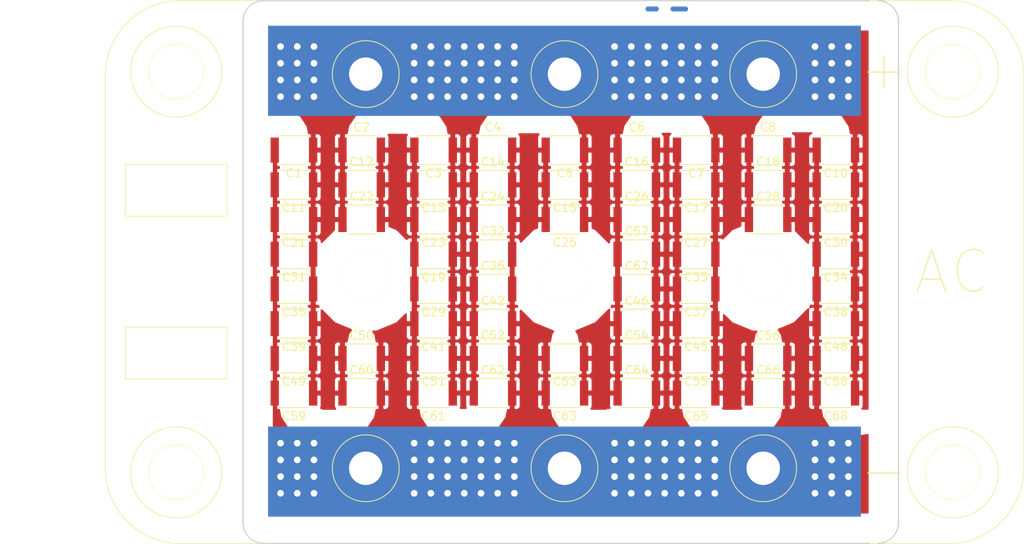
<source format=kicad_pcb>
(kicad_pcb (version 4) (host pcbnew 4.0.1-stable)
  (layers (0 F.Cu signal) (31 B.Cu signal hide) (34 B.Paste user) (35 F.Paste user) (36 B.SilkS user) (37 F.SilkS user) (38 B.Mask user) (39 F.Mask user) (44 Edge.Cuts user))
  (net 0 "")
  (net 1 "Net-(C1-Pad1)")
  (net 2 "Net-(C1-Pad2)")
  (module Capacitors_SMD:C_1812 (layer F.Cu) (at 132.824998 111.18571 180)
    (fp_text reference C41 (at 0 -2.75 180) (layer F.SilkS))
    (fp_text value C)
    (pad 1 smd rect (at -2.3 0 180) (size 1 3) (layers F.Cu F.Paste F.Mask) (net 1 "Net-(C1-Pad1)"))
    (pad 2 smd rect (at 2.3 0 180) (size 1 3) (layers F.Cu F.Paste F.Mask) (net 2 "Net-(C1-Pad2)"))
  )
  (module Capacitors_SMD:C_1812 (layer F.Cu) (at 157.162495 111.18571)
    (fp_text reference C46 (at 0 -2.75) (layer F.SilkS))
    (fp_text value C)
    (pad 1 smd rect (at -2.3 0) (size 1 3) (layers F.Cu F.Paste F.Mask) (net 1 "Net-(C1-Pad1)"))
    (pad 2 smd rect (at 2.3 0) (size 1 3) (layers F.Cu F.Paste F.Mask) (net 2 "Net-(C1-Pad2)"))
  )
  (module Capacitors_SMD:C_1812 (layer F.Cu) (at 116.1 90.4 180)
    (fp_text reference C1 (at 0 -2.75 180) (layer F.SilkS))
    (fp_text value C)
    (pad 1 smd rect (at -2.3 0 180) (size 1 3) (layers F.Cu F.Paste F.Mask) (net 1 "Net-(C1-Pad1)"))
    (pad 2 smd rect (at 2.3 0 180) (size 1 3) (layers F.Cu F.Paste F.Mask) (net 2 "Net-(C1-Pad2)"))
  )
  (module Capacitors_SMD:C_1812 (layer F.Cu) (at 124.212499 90.4)
    (fp_text reference C2 (at 0 -2.75) (layer F.SilkS))
    (fp_text value C)
    (pad 1 smd rect (at -2.3 0) (size 1 3) (layers F.Cu F.Paste F.Mask) (net 1 "Net-(C1-Pad1)"))
    (pad 2 smd rect (at 2.3 0) (size 1 3) (layers F.Cu F.Paste F.Mask) (net 2 "Net-(C1-Pad2)"))
  )
  (module Capacitors_SMD:C_1812 (layer F.Cu) (at 132.824998 90.4 180)
    (fp_text reference C3 (at 0 -2.75 180) (layer F.SilkS))
    (fp_text value C)
    (pad 1 smd rect (at -2.3 0 180) (size 1 3) (layers F.Cu F.Paste F.Mask) (net 1 "Net-(C1-Pad1)"))
    (pad 2 smd rect (at 2.3 0 180) (size 1 3) (layers F.Cu F.Paste F.Mask) (net 2 "Net-(C1-Pad2)"))
  )
  (module Capacitors_SMD:C_1812 (layer F.Cu) (at 139.937497 90.4)
    (fp_text reference C4 (at 0 -2.75) (layer F.SilkS))
    (fp_text value C)
    (pad 1 smd rect (at -2.3 0) (size 1 3) (layers F.Cu F.Paste F.Mask) (net 1 "Net-(C1-Pad1)"))
    (pad 2 smd rect (at 2.3 0) (size 1 3) (layers F.Cu F.Paste F.Mask) (net 2 "Net-(C1-Pad2)"))
  )
  (module Capacitors_SMD:C_1812 (layer F.Cu) (at 148.549996 90.4 180)
    (fp_text reference C5 (at 0 -2.75 180) (layer F.SilkS))
    (fp_text value C)
    (pad 1 smd rect (at -2.3 0 180) (size 1 3) (layers F.Cu F.Paste F.Mask) (net 1 "Net-(C1-Pad1)"))
    (pad 2 smd rect (at 2.3 0 180) (size 1 3) (layers F.Cu F.Paste F.Mask) (net 2 "Net-(C1-Pad2)"))
  )
  (module Capacitors_SMD:C_1812 (layer F.Cu) (at 157.162495 90.4)
    (fp_text reference C6 (at 0 -2.75) (layer F.SilkS))
    (fp_text value C)
    (pad 1 smd rect (at -2.3 0) (size 1 3) (layers F.Cu F.Paste F.Mask) (net 1 "Net-(C1-Pad1)"))
    (pad 2 smd rect (at 2.3 0) (size 1 3) (layers F.Cu F.Paste F.Mask) (net 2 "Net-(C1-Pad2)"))
  )
  (module Capacitors_SMD:C_1812 (layer F.Cu) (at 164.274994 90.4 180)
    (fp_text reference C7 (at 0 -2.75 180) (layer F.SilkS))
    (fp_text value C)
    (pad 1 smd rect (at -2.3 0 180) (size 1 3) (layers F.Cu F.Paste F.Mask) (net 1 "Net-(C1-Pad1)"))
    (pad 2 smd rect (at 2.3 0 180) (size 1 3) (layers F.Cu F.Paste F.Mask) (net 2 "Net-(C1-Pad2)"))
  )
  (module Capacitors_SMD:C_1812 (layer F.Cu) (at 172.887493 90.4)
    (fp_text reference C8 (at 0 -2.75) (layer F.SilkS))
    (fp_text value C)
    (pad 1 smd rect (at -2.3 0) (size 1 3) (layers F.Cu F.Paste F.Mask) (net 1 "Net-(C1-Pad1)"))
    (pad 2 smd rect (at 2.3 0) (size 1 3) (layers F.Cu F.Paste F.Mask) (net 2 "Net-(C1-Pad2)"))
  )
  (module Capacitors_SMD:C_1812 (layer F.Cu) (at 180.999992 90.4 180)
    (fp_text reference C10 (at 0 -2.75 180) (layer F.SilkS))
    (fp_text value C)
    (pad 1 smd rect (at -2.3 0 180) (size 1 3) (layers F.Cu F.Paste F.Mask) (net 1 "Net-(C1-Pad1)"))
    (pad 2 smd rect (at 2.3 0 180) (size 1 3) (layers F.Cu F.Paste F.Mask) (net 2 "Net-(C1-Pad2)"))
  )
  (module Capacitors_SMD:C_1812 (layer F.Cu) (at 116.1 94.557142 180)
    (fp_text reference C11 (at 0 -2.75 180) (layer F.SilkS))
    (fp_text value C)
    (pad 1 smd rect (at -2.3 0 180) (size 1 3) (layers F.Cu F.Paste F.Mask) (net 1 "Net-(C1-Pad1)"))
    (pad 2 smd rect (at 2.3 0 180) (size 1 3) (layers F.Cu F.Paste F.Mask) (net 2 "Net-(C1-Pad2)"))
  )
  (module Capacitors_SMD:C_1812 (layer F.Cu) (at 124.212499 94.557142)
    (fp_text reference C12 (at 0 -2.75) (layer F.SilkS))
    (fp_text value C)
    (pad 1 smd rect (at -2.3 0) (size 1 3) (layers F.Cu F.Paste F.Mask) (net 1 "Net-(C1-Pad1)"))
    (pad 2 smd rect (at 2.3 0) (size 1 3) (layers F.Cu F.Paste F.Mask) (net 2 "Net-(C1-Pad2)"))
  )
  (module Capacitors_SMD:C_1812 (layer F.Cu) (at 132.824998 94.557142 180)
    (fp_text reference C13 (at 0 -2.75 180) (layer F.SilkS))
    (fp_text value C)
    (pad 1 smd rect (at -2.3 0 180) (size 1 3) (layers F.Cu F.Paste F.Mask) (net 1 "Net-(C1-Pad1)"))
    (pad 2 smd rect (at 2.3 0 180) (size 1 3) (layers F.Cu F.Paste F.Mask) (net 2 "Net-(C1-Pad2)"))
  )
  (module Capacitors_SMD:C_1812 (layer F.Cu) (at 139.937497 94.557142)
    (fp_text reference C14 (at 0 -2.75) (layer F.SilkS))
    (fp_text value C)
    (pad 1 smd rect (at -2.3 0) (size 1 3) (layers F.Cu F.Paste F.Mask) (net 1 "Net-(C1-Pad1)"))
    (pad 2 smd rect (at 2.3 0) (size 1 3) (layers F.Cu F.Paste F.Mask) (net 2 "Net-(C1-Pad2)"))
  )
  (module Capacitors_SMD:C_1812 (layer F.Cu) (at 148.549996 94.557142 180)
    (fp_text reference C15 (at 0 -2.75 180) (layer F.SilkS))
    (fp_text value C)
    (pad 1 smd rect (at -2.3 0 180) (size 1 3) (layers F.Cu F.Paste F.Mask) (net 1 "Net-(C1-Pad1)"))
    (pad 2 smd rect (at 2.3 0 180) (size 1 3) (layers F.Cu F.Paste F.Mask) (net 2 "Net-(C1-Pad2)"))
  )
  (module Capacitors_SMD:C_1812 (layer F.Cu) (at 157.162495 94.557142)
    (fp_text reference C16 (at 0 -2.75) (layer F.SilkS))
    (fp_text value C)
    (pad 1 smd rect (at -2.3 0) (size 1 3) (layers F.Cu F.Paste F.Mask) (net 1 "Net-(C1-Pad1)"))
    (pad 2 smd rect (at 2.3 0) (size 1 3) (layers F.Cu F.Paste F.Mask) (net 2 "Net-(C1-Pad2)"))
  )
  (module Capacitors_SMD:C_1812 (layer F.Cu) (at 164.274994 94.557142 180)
    (fp_text reference C17 (at 0 -2.75 180) (layer F.SilkS))
    (fp_text value C)
    (pad 1 smd rect (at -2.3 0 180) (size 1 3) (layers F.Cu F.Paste F.Mask) (net 1 "Net-(C1-Pad1)"))
    (pad 2 smd rect (at 2.3 0 180) (size 1 3) (layers F.Cu F.Paste F.Mask) (net 2 "Net-(C1-Pad2)"))
  )
  (module Capacitors_SMD:C_1812 (layer F.Cu) (at 172.887493 94.557142)
    (fp_text reference C18 (at 0 -2.75) (layer F.SilkS))
    (fp_text value C)
    (pad 1 smd rect (at -2.3 0) (size 1 3) (layers F.Cu F.Paste F.Mask) (net 1 "Net-(C1-Pad1)"))
    (pad 2 smd rect (at 2.3 0) (size 1 3) (layers F.Cu F.Paste F.Mask) (net 2 "Net-(C1-Pad2)"))
  )
  (module Capacitors_SMD:C_1812 (layer F.Cu) (at 132.824998 102.871426 180)
    (fp_text reference C19 (at 0 -2.75 180) (layer F.SilkS))
    (fp_text value C)
    (pad 1 smd rect (at -2.3 0 180) (size 1 3) (layers F.Cu F.Paste F.Mask) (net 1 "Net-(C1-Pad1)"))
    (pad 2 smd rect (at 2.3 0 180) (size 1 3) (layers F.Cu F.Paste F.Mask) (net 2 "Net-(C1-Pad2)"))
  )
  (module Capacitors_SMD:C_1812 (layer F.Cu) (at 180.999992 94.557142 180)
    (fp_text reference C20 (at 0 -2.75 180) (layer F.SilkS))
    (fp_text value C)
    (pad 1 smd rect (at -2.3 0 180) (size 1 3) (layers F.Cu F.Paste F.Mask) (net 1 "Net-(C1-Pad1)"))
    (pad 2 smd rect (at 2.3 0 180) (size 1 3) (layers F.Cu F.Paste F.Mask) (net 2 "Net-(C1-Pad2)"))
  )
  (module Capacitors_SMD:C_1812 (layer F.Cu) (at 116.1 98.714284 180)
    (fp_text reference C21 (at 0 -2.75 180) (layer F.SilkS))
    (fp_text value C)
    (pad 1 smd rect (at -2.3 0 180) (size 1 3) (layers F.Cu F.Paste F.Mask) (net 1 "Net-(C1-Pad1)"))
    (pad 2 smd rect (at 2.3 0 180) (size 1 3) (layers F.Cu F.Paste F.Mask) (net 2 "Net-(C1-Pad2)"))
  )
  (module Capacitors_SMD:C_1812 (layer F.Cu) (at 124.212499 98.714284)
    (fp_text reference C22 (at 0 -2.75) (layer F.SilkS))
    (fp_text value C)
    (pad 1 smd rect (at -2.3 0) (size 1 3) (layers F.Cu F.Paste F.Mask) (net 1 "Net-(C1-Pad1)"))
    (pad 2 smd rect (at 2.3 0) (size 1 3) (layers F.Cu F.Paste F.Mask) (net 2 "Net-(C1-Pad2)"))
  )
  (module Capacitors_SMD:C_1812 (layer F.Cu) (at 132.824998 98.714284 180)
    (fp_text reference C23 (at 0 -2.75 180) (layer F.SilkS))
    (fp_text value C)
    (pad 1 smd rect (at -2.3 0 180) (size 1 3) (layers F.Cu F.Paste F.Mask) (net 1 "Net-(C1-Pad1)"))
    (pad 2 smd rect (at 2.3 0 180) (size 1 3) (layers F.Cu F.Paste F.Mask) (net 2 "Net-(C1-Pad2)"))
  )
  (module Capacitors_SMD:C_1812 (layer F.Cu) (at 139.937497 98.714284)
    (fp_text reference C24 (at 0 -2.75) (layer F.SilkS))
    (fp_text value C)
    (pad 1 smd rect (at -2.3 0) (size 1 3) (layers F.Cu F.Paste F.Mask) (net 1 "Net-(C1-Pad1)"))
    (pad 2 smd rect (at 2.3 0) (size 1 3) (layers F.Cu F.Paste F.Mask) (net 2 "Net-(C1-Pad2)"))
  )
  (module Capacitors_SMD:C_1812 (layer F.Cu) (at 148.549996 98.714284 180)
    (fp_text reference C25 (at 0 -2.75 180) (layer F.SilkS))
    (fp_text value C)
    (pad 1 smd rect (at -2.3 0 180) (size 1 3) (layers F.Cu F.Paste F.Mask) (net 1 "Net-(C1-Pad1)"))
    (pad 2 smd rect (at 2.3 0 180) (size 1 3) (layers F.Cu F.Paste F.Mask) (net 2 "Net-(C1-Pad2)"))
  )
  (module Capacitors_SMD:C_1812 (layer F.Cu) (at 157.162495 98.714284)
    (fp_text reference C26 (at 0 -2.75) (layer F.SilkS))
    (fp_text value C)
    (pad 1 smd rect (at -2.3 0) (size 1 3) (layers F.Cu F.Paste F.Mask) (net 1 "Net-(C1-Pad1)"))
    (pad 2 smd rect (at 2.3 0) (size 1 3) (layers F.Cu F.Paste F.Mask) (net 2 "Net-(C1-Pad2)"))
  )
  (module Capacitors_SMD:C_1812 (layer F.Cu) (at 164.274994 98.714284 180)
    (fp_text reference C27 (at 0 -2.75 180) (layer F.SilkS))
    (fp_text value C)
    (pad 1 smd rect (at -2.3 0 180) (size 1 3) (layers F.Cu F.Paste F.Mask) (net 1 "Net-(C1-Pad1)"))
    (pad 2 smd rect (at 2.3 0 180) (size 1 3) (layers F.Cu F.Paste F.Mask) (net 2 "Net-(C1-Pad2)"))
  )
  (module Capacitors_SMD:C_1812 (layer F.Cu) (at 172.887493 98.714284)
    (fp_text reference C28 (at 0 -2.75) (layer F.SilkS))
    (fp_text value C)
    (pad 1 smd rect (at -2.3 0) (size 1 3) (layers F.Cu F.Paste F.Mask) (net 1 "Net-(C1-Pad1)"))
    (pad 2 smd rect (at 2.3 0) (size 1 3) (layers F.Cu F.Paste F.Mask) (net 2 "Net-(C1-Pad2)"))
  )
  (module Capacitors_SMD:C_1812 (layer F.Cu) (at 132.824998 107.028568 180)
    (fp_text reference C29 (at 0 -2.75 180) (layer F.SilkS))
    (fp_text value C)
    (pad 1 smd rect (at -2.3 0 180) (size 1 3) (layers F.Cu F.Paste F.Mask) (net 1 "Net-(C1-Pad1)"))
    (pad 2 smd rect (at 2.3 0 180) (size 1 3) (layers F.Cu F.Paste F.Mask) (net 2 "Net-(C1-Pad2)"))
  )
  (module Capacitors_SMD:C_1812 (layer F.Cu) (at 180.999992 98.714284 180)
    (fp_text reference C30 (at 0 -2.75 180) (layer F.SilkS))
    (fp_text value C)
    (pad 1 smd rect (at -2.3 0 180) (size 1 3) (layers F.Cu F.Paste F.Mask) (net 1 "Net-(C1-Pad1)"))
    (pad 2 smd rect (at 2.3 0 180) (size 1 3) (layers F.Cu F.Paste F.Mask) (net 2 "Net-(C1-Pad2)"))
  )
  (module Capacitors_SMD:C_1812 (layer F.Cu) (at 116.1 102.871426 180)
    (fp_text reference C31 (at 0 -2.75 180) (layer F.SilkS))
    (fp_text value C)
    (pad 1 smd rect (at -2.3 0 180) (size 1 3) (layers F.Cu F.Paste F.Mask) (net 1 "Net-(C1-Pad1)"))
    (pad 2 smd rect (at 2.3 0 180) (size 1 3) (layers F.Cu F.Paste F.Mask) (net 2 "Net-(C1-Pad2)"))
  )
  (module Capacitors_SMD:C_1812 (layer F.Cu) (at 139.937497 102.871426)
    (fp_text reference C32 (at 0 -2.75) (layer F.SilkS))
    (fp_text value C)
    (pad 1 smd rect (at -2.3 0) (size 1 3) (layers F.Cu F.Paste F.Mask) (net 1 "Net-(C1-Pad1)"))
    (pad 2 smd rect (at 2.3 0) (size 1 3) (layers F.Cu F.Paste F.Mask) (net 2 "Net-(C1-Pad2)"))
  )
  (module Capacitors_SMD:C_1812 (layer F.Cu) (at 164.274994 102.871426 180)
    (fp_text reference C33 (at 0 -2.75 180) (layer F.SilkS))
    (fp_text value C)
    (pad 1 smd rect (at -2.3 0 180) (size 1 3) (layers F.Cu F.Paste F.Mask) (net 1 "Net-(C1-Pad1)"))
    (pad 2 smd rect (at 2.3 0 180) (size 1 3) (layers F.Cu F.Paste F.Mask) (net 2 "Net-(C1-Pad2)"))
  )
  (module Capacitors_SMD:C_1812 (layer F.Cu) (at 180.999999 102.871426 180)
    (fp_text reference C34 (at 0 -2.75 180) (layer F.SilkS))
    (fp_text value C)
    (pad 1 smd rect (at -2.3 0 180) (size 1 3) (layers F.Cu F.Paste F.Mask) (net 1 "Net-(C1-Pad1)"))
    (pad 2 smd rect (at 2.3 0 180) (size 1 3) (layers F.Cu F.Paste F.Mask) (net 2 "Net-(C1-Pad2)"))
  )
  (module Capacitors_SMD:C_1812 (layer F.Cu) (at 116.1 107.028568 180)
    (fp_text reference C35 (at 0 -2.75 180) (layer F.SilkS))
    (fp_text value C)
    (pad 1 smd rect (at -2.3 0 180) (size 1 3) (layers F.Cu F.Paste F.Mask) (net 1 "Net-(C1-Pad1)"))
    (pad 2 smd rect (at 2.3 0 180) (size 1 3) (layers F.Cu F.Paste F.Mask) (net 2 "Net-(C1-Pad2)"))
  )
  (module Capacitors_SMD:C_1812 (layer F.Cu) (at 139.937497 107.028568)
    (fp_text reference C36 (at 0 -2.75) (layer F.SilkS))
    (fp_text value C)
    (pad 1 smd rect (at -2.3 0) (size 1 3) (layers F.Cu F.Paste F.Mask) (net 1 "Net-(C1-Pad1)"))
    (pad 2 smd rect (at 2.3 0) (size 1 3) (layers F.Cu F.Paste F.Mask) (net 2 "Net-(C1-Pad2)"))
  )
  (module Capacitors_SMD:C_1812 (layer F.Cu) (at 164.274994 107.028568 180)
    (fp_text reference C37 (at 0 -2.75 180) (layer F.SilkS))
    (fp_text value C)
    (pad 1 smd rect (at -2.3 0 180) (size 1 3) (layers F.Cu F.Paste F.Mask) (net 1 "Net-(C1-Pad1)"))
    (pad 2 smd rect (at 2.3 0 180) (size 1 3) (layers F.Cu F.Paste F.Mask) (net 2 "Net-(C1-Pad2)"))
  )
  (module Capacitors_SMD:C_1812 (layer F.Cu) (at 180.999999 107.028568 180)
    (fp_text reference C38 (at 0 -2.75 180) (layer F.SilkS))
    (fp_text value C)
    (pad 1 smd rect (at -2.3 0 180) (size 1 3) (layers F.Cu F.Paste F.Mask) (net 1 "Net-(C1-Pad1)"))
    (pad 2 smd rect (at 2.3 0 180) (size 1 3) (layers F.Cu F.Paste F.Mask) (net 2 "Net-(C1-Pad2)"))
  )
  (module Capacitors_SMD:C_1812 (layer F.Cu) (at 116.1 111.18571 180)
    (fp_text reference C39 (at 0 -2.75 180) (layer F.SilkS))
    (fp_text value C)
    (pad 1 smd rect (at -2.3 0 180) (size 1 3) (layers F.Cu F.Paste F.Mask) (net 1 "Net-(C1-Pad1)"))
    (pad 2 smd rect (at 2.3 0 180) (size 1 3) (layers F.Cu F.Paste F.Mask) (net 2 "Net-(C1-Pad2)"))
  )
  (module Capacitors_SMD:C_1812 (layer F.Cu) (at 139.937497 111.18571)
    (fp_text reference C42 (at 0 -2.75) (layer F.SilkS))
    (fp_text value C)
    (pad 1 smd rect (at -2.3 0) (size 1 3) (layers F.Cu F.Paste F.Mask) (net 1 "Net-(C1-Pad1)"))
    (pad 2 smd rect (at 2.3 0) (size 1 3) (layers F.Cu F.Paste F.Mask) (net 2 "Net-(C1-Pad2)"))
  )
  (module Capacitors_SMD:C_1812 (layer F.Cu) (at 164.274994 111.18571 180)
    (fp_text reference C45 (at 0 -2.75 180) (layer F.SilkS))
    (fp_text value C)
    (pad 1 smd rect (at -2.3 0 180) (size 1 3) (layers F.Cu F.Paste F.Mask) (net 1 "Net-(C1-Pad1)"))
    (pad 2 smd rect (at 2.3 0 180) (size 1 3) (layers F.Cu F.Paste F.Mask) (net 2 "Net-(C1-Pad2)"))
  )
  (module Capacitors_SMD:C_1812 (layer F.Cu) (at 180.999999 111.18571 180)
    (fp_text reference C48 (at 0 -2.75 180) (layer F.SilkS))
    (fp_text value C)
    (pad 1 smd rect (at -2.3 0 180) (size 1 3) (layers F.Cu F.Paste F.Mask) (net 1 "Net-(C1-Pad1)"))
    (pad 2 smd rect (at 2.3 0 180) (size 1 3) (layers F.Cu F.Paste F.Mask) (net 2 "Net-(C1-Pad2)"))
  )
  (module Capacitors_SMD:C_1812 (layer F.Cu) (at 116.1 115.342852 180)
    (fp_text reference C49 (at 0 -2.75 180) (layer F.SilkS))
    (fp_text value C)
    (pad 1 smd rect (at -2.3 0 180) (size 1 3) (layers F.Cu F.Paste F.Mask) (net 1 "Net-(C1-Pad1)"))
    (pad 2 smd rect (at 2.3 0 180) (size 1 3) (layers F.Cu F.Paste F.Mask) (net 2 "Net-(C1-Pad2)"))
  )
  (module Capacitors_SMD:C_1812 (layer F.Cu) (at 124.212499 115.342852)
    (fp_text reference C50 (at 0 -2.75) (layer F.SilkS))
    (fp_text value C)
    (pad 1 smd rect (at -2.3 0) (size 1 3) (layers F.Cu F.Paste F.Mask) (net 1 "Net-(C1-Pad1)"))
    (pad 2 smd rect (at 2.3 0) (size 1 3) (layers F.Cu F.Paste F.Mask) (net 2 "Net-(C1-Pad2)"))
  )
  (module Capacitors_SMD:C_1812 (layer F.Cu) (at 132.824998 115.342852 180)
    (fp_text reference C51 (at 0 -2.75 180) (layer F.SilkS))
    (fp_text value C)
    (pad 1 smd rect (at -2.3 0 180) (size 1 3) (layers F.Cu F.Paste F.Mask) (net 1 "Net-(C1-Pad1)"))
    (pad 2 smd rect (at 2.3 0 180) (size 1 3) (layers F.Cu F.Paste F.Mask) (net 2 "Net-(C1-Pad2)"))
  )
  (module Capacitors_SMD:C_1812 (layer F.Cu) (at 139.937497 115.342852)
    (fp_text reference C52 (at 0 -2.75) (layer F.SilkS))
    (fp_text value C)
    (pad 1 smd rect (at -2.3 0) (size 1 3) (layers F.Cu F.Paste F.Mask) (net 1 "Net-(C1-Pad1)"))
    (pad 2 smd rect (at 2.3 0) (size 1 3) (layers F.Cu F.Paste F.Mask) (net 2 "Net-(C1-Pad2)"))
  )
  (module Capacitors_SMD:C_1812 (layer F.Cu) (at 148.549996 115.342852 180)
    (fp_text reference C53 (at 0 -2.75 180) (layer F.SilkS))
    (fp_text value C)
    (pad 1 smd rect (at -2.3 0 180) (size 1 3) (layers F.Cu F.Paste F.Mask) (net 1 "Net-(C1-Pad1)"))
    (pad 2 smd rect (at 2.3 0 180) (size 1 3) (layers F.Cu F.Paste F.Mask) (net 2 "Net-(C1-Pad2)"))
  )
  (module Capacitors_SMD:C_1812 (layer F.Cu) (at 157.162495 115.342852)
    (fp_text reference C54 (at 0 -2.75) (layer F.SilkS))
    (fp_text value C)
    (pad 1 smd rect (at -2.3 0) (size 1 3) (layers F.Cu F.Paste F.Mask) (net 1 "Net-(C1-Pad1)"))
    (pad 2 smd rect (at 2.3 0) (size 1 3) (layers F.Cu F.Paste F.Mask) (net 2 "Net-(C1-Pad2)"))
  )
  (module Capacitors_SMD:C_1812 (layer F.Cu) (at 164.274994 115.342852 180)
    (fp_text reference C55 (at 0 -2.75 180) (layer F.SilkS))
    (fp_text value C)
    (pad 1 smd rect (at -2.3 0 180) (size 1 3) (layers F.Cu F.Paste F.Mask) (net 1 "Net-(C1-Pad1)"))
    (pad 2 smd rect (at 2.3 0 180) (size 1 3) (layers F.Cu F.Paste F.Mask) (net 2 "Net-(C1-Pad2)"))
  )
  (module Capacitors_SMD:C_1812 (layer F.Cu) (at 172.887493 115.342852)
    (fp_text reference C56 (at 0 -2.75) (layer F.SilkS))
    (fp_text value C)
    (pad 1 smd rect (at -2.3 0) (size 1 3) (layers F.Cu F.Paste F.Mask) (net 1 "Net-(C1-Pad1)"))
    (pad 2 smd rect (at 2.3 0) (size 1 3) (layers F.Cu F.Paste F.Mask) (net 2 "Net-(C1-Pad2)"))
  )
  (module Capacitors_SMD:C_1812 (layer F.Cu) (at 157.162495 102.871426)
    (fp_text reference C57 (at 0 -2.75) (layer F.SilkS))
    (fp_text value C)
    (pad 1 smd rect (at -2.3 0) (size 1 3) (layers F.Cu F.Paste F.Mask) (net 1 "Net-(C1-Pad1)"))
    (pad 2 smd rect (at 2.3 0) (size 1 3) (layers F.Cu F.Paste F.Mask) (net 2 "Net-(C1-Pad2)"))
  )
  (module Capacitors_SMD:C_1812 (layer F.Cu) (at 180.999992 115.342852 180)
    (fp_text reference C58 (at 0 -2.75 180) (layer F.SilkS))
    (fp_text value C)
    (pad 1 smd rect (at -2.3 0 180) (size 1 3) (layers F.Cu F.Paste F.Mask) (net 1 "Net-(C1-Pad1)"))
    (pad 2 smd rect (at 2.3 0 180) (size 1 3) (layers F.Cu F.Paste F.Mask) (net 2 "Net-(C1-Pad2)"))
  )
  (module Capacitors_SMD:C_1812 (layer F.Cu) (at 116.1 119.499994 180)
    (fp_text reference C59 (at 0 -2.75 180) (layer F.SilkS))
    (fp_text value C)
    (pad 1 smd rect (at -2.3 0 180) (size 1 3) (layers F.Cu F.Paste F.Mask) (net 1 "Net-(C1-Pad1)"))
    (pad 2 smd rect (at 2.3 0 180) (size 1 3) (layers F.Cu F.Paste F.Mask) (net 2 "Net-(C1-Pad2)"))
  )
  (module Capacitors_SMD:C_1812 (layer F.Cu) (at 124.212499 119.499994)
    (fp_text reference C60 (at 0 -2.75) (layer F.SilkS))
    (fp_text value C)
    (pad 1 smd rect (at -2.3 0) (size 1 3) (layers F.Cu F.Paste F.Mask) (net 1 "Net-(C1-Pad1)"))
    (pad 2 smd rect (at 2.3 0) (size 1 3) (layers F.Cu F.Paste F.Mask) (net 2 "Net-(C1-Pad2)"))
  )
  (module Capacitors_SMD:C_1812 (layer F.Cu) (at 132.824998 119.499994 180)
    (fp_text reference C61 (at 0 -2.75 180) (layer F.SilkS))
    (fp_text value C)
    (pad 1 smd rect (at -2.3 0 180) (size 1 3) (layers F.Cu F.Paste F.Mask) (net 1 "Net-(C1-Pad1)"))
    (pad 2 smd rect (at 2.3 0 180) (size 1 3) (layers F.Cu F.Paste F.Mask) (net 2 "Net-(C1-Pad2)"))
  )
  (module Capacitors_SMD:C_1812 (layer F.Cu) (at 139.937497 119.499994)
    (fp_text reference C62 (at 0 -2.75) (layer F.SilkS))
    (fp_text value C)
    (pad 1 smd rect (at -2.3 0) (size 1 3) (layers F.Cu F.Paste F.Mask) (net 1 "Net-(C1-Pad1)"))
    (pad 2 smd rect (at 2.3 0) (size 1 3) (layers F.Cu F.Paste F.Mask) (net 2 "Net-(C1-Pad2)"))
  )
  (module Capacitors_SMD:C_1812 (layer F.Cu) (at 148.549996 119.499994 180)
    (fp_text reference C63 (at 0 -2.75 180) (layer F.SilkS))
    (fp_text value C)
    (pad 1 smd rect (at -2.3 0 180) (size 1 3) (layers F.Cu F.Paste F.Mask) (net 1 "Net-(C1-Pad1)"))
    (pad 2 smd rect (at 2.3 0 180) (size 1 3) (layers F.Cu F.Paste F.Mask) (net 2 "Net-(C1-Pad2)"))
  )
  (module Capacitors_SMD:C_1812 (layer F.Cu) (at 157.162495 119.499994)
    (fp_text reference C64 (at 0 -2.75) (layer F.SilkS))
    (fp_text value C)
    (pad 1 smd rect (at -2.3 0) (size 1 3) (layers F.Cu F.Paste F.Mask) (net 1 "Net-(C1-Pad1)"))
    (pad 2 smd rect (at 2.3 0) (size 1 3) (layers F.Cu F.Paste F.Mask) (net 2 "Net-(C1-Pad2)"))
  )
  (module Capacitors_SMD:C_1812 (layer F.Cu) (at 164.274994 119.499994 180)
    (fp_text reference C65 (at 0 -2.75 180) (layer F.SilkS))
    (fp_text value C)
    (pad 1 smd rect (at -2.3 0 180) (size 1 3) (layers F.Cu F.Paste F.Mask) (net 1 "Net-(C1-Pad1)"))
    (pad 2 smd rect (at 2.3 0 180) (size 1 3) (layers F.Cu F.Paste F.Mask) (net 2 "Net-(C1-Pad2)"))
  )
  (module Capacitors_SMD:C_1812 (layer F.Cu) (at 172.887493 119.499994)
    (fp_text reference C66 (at 0 -2.75) (layer F.SilkS))
    (fp_text value C)
    (pad 1 smd rect (at -2.3 0) (size 1 3) (layers F.Cu F.Paste F.Mask) (net 1 "Net-(C1-Pad1)"))
    (pad 2 smd rect (at 2.3 0) (size 1 3) (layers F.Cu F.Paste F.Mask) (net 2 "Net-(C1-Pad2)"))
  )
  (module Capacitors_SMD:C_1812 (layer F.Cu) (at 157.162495 107.028568)
    (fp_text reference C67 (at 0 -2.75) (layer F.SilkS))
    (fp_text value C)
    (pad 1 smd rect (at -2.3 0) (size 1 3) (layers F.Cu F.Paste F.Mask) (net 1 "Net-(C1-Pad1)"))
    (pad 2 smd rect (at 2.3 0) (size 1 3) (layers F.Cu F.Paste F.Mask) (net 2 "Net-(C1-Pad2)"))
  )
  (module Capacitors_SMD:C_1812 (layer F.Cu) (at 180.999992 119.499994 180)
    (fp_text reference C68 (at 0 -2.75 180) (layer F.SilkS))
    (fp_text value C)
    (pad 1 smd rect (at -2.3 0 180) (size 1 3) (layers F.Cu F.Paste F.Mask) (net 1 "Net-(C1-Pad1)"))
    (pad 2 smd rect (at 2.3 0 180) (size 1 3) (layers F.Cu F.Paste F.Mask) (net 2 "Net-(C1-Pad2)"))
  )
  (module cree:CREE_CAS_PowerPins (layer F.Cu) (at 148.5011 105.0036)
    (fp_text reference Q1 (at 0 0.5) (layer F.SilkS))
    (fp_text value CAS325)
    (fp_text user - (at 38.25 23.675) (layer F.SilkS) (effects (font (size 5 5))))
    (fp_text user AC (at 46.45 -0.025) (layer F.SilkS) (effects (font (size 5 5))))
    (fp_text user + (at 38.25 -24.35) (layer F.SilkS) (effects (font (size 5 5))))
    (pad 1 thru_hole circle (at 0 -23.7) (size 8 8) (drill 4) (layers *.Cu *.Mask) (net 1 "Net-(C1-Pad1)"))
    (pad 1 thru_hole circle (at -23.8 -23.7) (size 8 8) (drill 4) (layers *.Cu *.Mask) (net 1 "Net-(C1-Pad1)"))
    (pad 1 thru_hole circle (at 23.8 -23.7) (size 8 8) (drill 4) (layers *.Cu *.Mask) (net 1 "Net-(C1-Pad1)"))
    (pad "" np_thru_hole circle (at -23.8 0.5) (size 6 6) (drill 6) (layers *.Cu *.Mask F.SilkS))
    (pad "" np_thru_hole circle (at 0 0.5) (size 6 6) (drill 6) (layers *.Cu *.Mask F.SilkS))
    (pad "" np_thru_hole circle (at 23.8 0.5) (size 6 6) (drill 6) (layers *.Cu *.Mask F.SilkS))
    (pad 3 thru_hole circle (at -23.8 23.5) (size 8 8) (drill 4) (layers *.Cu *.Mask) (net 2 "Net-(C1-Pad2)"))
    (pad 3 thru_hole circle (at 0 23.5) (size 8 8) (drill 4) (layers *.Cu *.Mask) (net 2 "Net-(C1-Pad2)"))
    (pad 3 thru_hole circle (at 23.8 23.5) (size 8 8) (drill 4) (layers *.Cu *.Mask) (net 2 "Net-(C1-Pad2)"))
    (pad "" np_thru_hole circle (at -46.5 -24) (size 6.5 6.5) (drill 6.5) (layers *.Cu))
    (pad "" np_thru_hole circle (at 46.5 -24) (size 6.5 6.5) (drill 6.5) (layers *.Cu F.SilkS))
    (pad "" np_thru_hole circle (at -46.5 24) (size 6.5 6.5) (drill 6.5) (layers *.Cu F.SilkS))
    (pad "" np_thru_hole circle (at 46.5 24) (size 6.5 6.5) (drill 6.5) (layers *.Cu F.SilkS))
    (pad 1 smd rect (at 0 -24.1) (size 71 10.8) (layers B.Cu B.Mask) (net 1 "Net-(C1-Pad1)"))
    (pad 3 smd rect (at 0 23.9) (size 71 10.8) (layers B.Cu B.Mask) (net 2 "Net-(C1-Pad2)"))
  )
  (gr_arc (start 186 135) (end 188.5 135) (angle 90) (layer Edge.Cuts) (width 0.15))
  (gr_arc (start 186 75) (end 186 72.5) (angle 90) (layer Edge.Cuts) (width 0.15))
  (gr_arc (start 112.5 135) (end 112.5 137.5) (angle 90) (layer Edge.Cuts) (width 0.15))
  (gr_arc (start 112.5 75) (end 110 75) (angle 90) (layer Edge.Cuts) (width 0.15))
  (gr_line (start 185 72.5) (end 112.5 72.5) (layer Edge.Cuts) (width 0.15))
  (gr_line (start 188.5 135) (end 188.5 75) (layer Edge.Cuts) (width 0.15))
  (gr_line (start 112.5 137.5) (end 185 137.5) (layer Edge.Cuts) (width 0.15))
  (gr_line (start 110 75) (end 110 135) (layer Edge.Cuts) (width 0.15))
  (segment (start 159.5 73.5) (end 158.5 73.5) (width 0.6) (layer B.Cu) (net 0))
  (segment (start 163 73.5) (end 161.5 73.5) (width 0.6) (layer B.Cu) (net 0))
  (via (at 162.5 84) (size 1.2) (drill 0.8) (layers F.Cu B.Cu) (net 1))
  (via (at 164.5 84) (size 1.2) (drill 0.8) (layers F.Cu B.Cu) (net 1))
  (via (at 166.5 84) (size 1.2) (drill 0.8) (layers F.Cu B.Cu) (net 1))
  (via (at 166.5 82) (size 1.2) (drill 0.8) (layers F.Cu B.Cu) (net 1))
  (via (at 164.5 82) (size 1.2) (drill 0.8) (layers F.Cu B.Cu) (net 1))
  (via (at 162.5 82) (size 1.2) (drill 0.8) (layers F.Cu B.Cu) (net 1))
  (via (at 162.5 80) (size 1.2) (drill 0.8) (layers F.Cu B.Cu) (net 1))
  (via (at 164.5 80) (size 1.2) (drill 0.8) (layers F.Cu B.Cu) (net 1))
  (via (at 166.5 80) (size 1.2) (drill 0.8) (layers F.Cu B.Cu) (net 1))
  (via (at 166.5 78) (size 1.2) (drill 0.8) (layers F.Cu B.Cu) (net 1))
  (via (at 164.5 78) (size 1.2) (drill 0.8) (layers F.Cu B.Cu) (net 1))
  (via (at 162.5 78) (size 1.2) (drill 0.8) (layers F.Cu B.Cu) (net 1))
  (via (at 160.5 78) (size 1.2) (drill 0.8) (layers F.Cu B.Cu) (net 1))
  (via (at 160.5 80) (size 1.2) (drill 0.8) (layers F.Cu B.Cu) (net 1))
  (via (at 160.5 82) (size 1.2) (drill 0.8) (layers F.Cu B.Cu) (net 1))
  (via (at 160.5 84) (size 1.2) (drill 0.8) (layers F.Cu B.Cu) (net 1))
  (via (at 158.5 82) (size 1.2) (drill 0.8) (layers F.Cu B.Cu) (net 1))
  (via (at 158.5 84) (size 1.2) (drill 0.8) (layers F.Cu B.Cu) (net 1))
  (via (at 158.5 80) (size 1.2) (drill 0.8) (layers F.Cu B.Cu) (net 1))
  (via (at 158.5 78) (size 1.2) (drill 0.8) (layers F.Cu B.Cu) (net 1))
  (via (at 156.5 78) (size 1.2) (drill 0.8) (layers F.Cu B.Cu) (net 1))
  (via (at 156.5 80) (size 1.2) (drill 0.8) (layers F.Cu B.Cu) (net 1))
  (via (at 156.5 82) (size 1.2) (drill 0.8) (layers F.Cu B.Cu) (net 1))
  (via (at 156.5 84) (size 1.2) (drill 0.8) (layers F.Cu B.Cu) (net 1))
  (via (at 154.5 84) (size 1.2) (drill 0.8) (layers F.Cu B.Cu) (net 1))
  (via (at 154.5 82) (size 1.2) (drill 0.8) (layers F.Cu B.Cu) (net 1))
  (via (at 154.5 80) (size 1.2) (drill 0.8) (layers F.Cu B.Cu) (net 1))
  (via (at 154.5 78) (size 1.2) (drill 0.8) (layers F.Cu B.Cu) (net 1))
  (via (at 142.5 84) (size 1.2) (drill 0.8) (layers F.Cu B.Cu) (net 1))
  (via (at 142.5 82) (size 1.2) (drill 0.8) (layers F.Cu B.Cu) (net 1))
  (via (at 142.5 80) (size 1.2) (drill 0.8) (layers F.Cu B.Cu) (net 1))
  (via (at 142.5 78) (size 1.2) (drill 0.8) (layers F.Cu B.Cu) (net 1))
  (via (at 140.5 84) (size 1.2) (drill 0.8) (layers F.Cu B.Cu) (net 1))
  (via (at 140.5 82) (size 1.2) (drill 0.8) (layers F.Cu B.Cu) (net 1))
  (via (at 140.5 80) (size 1.2) (drill 0.8) (layers F.Cu B.Cu) (net 1))
  (via (at 140.5 78) (size 1.2) (drill 0.8) (layers F.Cu B.Cu) (net 1))
  (via (at 138.5 84) (size 1.2) (drill 0.8) (layers F.Cu B.Cu) (net 1))
  (via (at 138.5 82) (size 1.2) (drill 0.8) (layers F.Cu B.Cu) (net 1))
  (via (at 138.5 80) (size 1.2) (drill 0.8) (layers F.Cu B.Cu) (net 1))
  (via (at 138.5 78) (size 1.2) (drill 0.8) (layers F.Cu B.Cu) (net 1))
  (via (at 136.5 84) (size 1.2) (drill 0.8) (layers F.Cu B.Cu) (net 1))
  (via (at 136.5 82) (size 1.2) (drill 0.8) (layers F.Cu B.Cu) (net 1))
  (via (at 136.5 80) (size 1.2) (drill 0.8) (layers F.Cu B.Cu) (net 1))
  (via (at 136.5 78) (size 1.2) (drill 0.8) (layers F.Cu B.Cu) (net 1))
  (via (at 134.5 84) (size 1.2) (drill 0.8) (layers F.Cu B.Cu) (net 1))
  (via (at 134.5 82) (size 1.2) (drill 0.8) (layers F.Cu B.Cu) (net 1))
  (via (at 134.5 80) (size 1.2) (drill 0.8) (layers F.Cu B.Cu) (net 1))
  (via (at 134.5 78) (size 1.2) (drill 0.8) (layers F.Cu B.Cu) (net 1))
  (via (at 132.5 84) (size 1.2) (drill 0.8) (layers F.Cu B.Cu) (net 1))
  (via (at 132.5 82) (size 1.2) (drill 0.8) (layers F.Cu B.Cu) (net 1))
  (via (at 132.5 80) (size 1.2) (drill 0.8) (layers F.Cu B.Cu) (net 1))
  (via (at 132.5 78) (size 1.2) (drill 0.8) (layers F.Cu B.Cu) (net 1))
  (via (at 130.5 84) (size 1.2) (drill 0.8) (layers F.Cu B.Cu) (net 1))
  (via (at 130.5 82) (size 1.2) (drill 0.8) (layers F.Cu B.Cu) (net 1))
  (via (at 130.5 80) (size 1.2) (drill 0.8) (layers F.Cu B.Cu) (net 1))
  (via (at 130.5 78) (size 1.2) (drill 0.8) (layers F.Cu B.Cu) (net 1))
  (via (at 178.5 84) (size 1.2) (drill 0.8) (layers F.Cu B.Cu) (net 1))
  (via (at 180.5 84) (size 1.2) (drill 0.8) (layers F.Cu B.Cu) (net 1))
  (via (at 182.5 84) (size 1.2) (drill 0.8) (layers F.Cu B.Cu) (net 1))
  (via (at 182.5 78) (size 1.2) (drill 0.8) (layers F.Cu B.Cu) (net 1))
  (via (at 182.5 80) (size 1.2) (drill 0.8) (layers F.Cu B.Cu) (net 1))
  (via (at 180.5 80) (size 1.2) (drill 0.8) (layers F.Cu B.Cu) (net 1))
  (via (at 180.5 78) (size 1.2) (drill 0.8) (layers F.Cu B.Cu) (net 1))
  (via (at 178.5 78) (size 1.2) (drill 0.8) (layers F.Cu B.Cu) (net 1))
  (via (at 182.5 82) (size 1.2) (drill 0.8) (layers F.Cu B.Cu) (net 1))
  (via (at 178.5 80) (size 1.2) (drill 0.8) (layers F.Cu B.Cu) (net 1))
  (via (at 178.5 82) (size 1.2) (drill 0.8) (layers F.Cu B.Cu) (net 1))
  (via (at 180.5 82) (size 1.2) (drill 0.8) (layers F.Cu B.Cu) (net 1))
  (via (at 118.5 84) (size 1.2) (drill 0.8) (layers F.Cu B.Cu) (net 1))
  (via (at 118.5 82) (size 1.2) (drill 0.8) (layers F.Cu B.Cu) (net 1))
  (via (at 118.5 80) (size 1.2) (drill 0.8) (layers F.Cu B.Cu) (net 1))
  (via (at 118.5 78) (size 1.2) (drill 0.8) (layers F.Cu B.Cu) (net 1))
  (via (at 116.5 84) (size 1.2) (drill 0.8) (layers F.Cu B.Cu) (net 1))
  (via (at 116.5 82) (size 1.2) (drill 0.8) (layers F.Cu B.Cu) (net 1))
  (via (at 116.5 80) (size 1.2) (drill 0.8) (layers F.Cu B.Cu) (net 1))
  (via (at 116.5 78) (size 1.2) (drill 0.8) (layers F.Cu B.Cu) (net 1))
  (via (at 114.5 84) (size 1.2) (drill 0.8) (layers F.Cu B.Cu) (net 1))
  (via (at 114.5 82) (size 1.2) (drill 0.8) (layers F.Cu B.Cu) (net 1))
  (via (at 114.5 80) (size 1.2) (drill 0.8) (layers F.Cu B.Cu) (net 1))
  (via (at 114.5 78) (size 1.2) (drill 0.8) (layers F.Cu B.Cu) (net 1))
  (segment (start 118.4 107.028568) (end 118.4 111.18571) (width 0.6) (layer F.Cu) (net 1))
  (segment (start 118.4 102.871426) (end 118.4 107.028568) (width 0.6) (layer F.Cu) (net 1))
  (segment (start 166.574994 102.871426) (end 166.574994 98.714284) (width 0.6) (layer F.Cu) (net 1))
  (segment (start 166.574994 107.028568) (end 166.574994 111.18571) (width 0.6) (layer F.Cu) (net 1))
  (segment (start 166.574994 102.871426) (end 166.574994 107.028568) (width 0.6) (layer F.Cu) (net 1))
  (segment (start 154.862495 107.028568) (end 154.862495 111.18571) (width 0.6) (layer F.Cu) (net 1))
  (segment (start 154.862495 102.871426) (end 154.862495 107.028568) (width 0.6) (layer F.Cu) (net 1))
  (via (at 182.5 131.5) (size 1.2) (drill 0.8) (layers F.Cu B.Cu) (net 2))
  (via (at 182.5 129.5) (size 1.2) (drill 0.8) (layers F.Cu B.Cu) (net 2))
  (via (at 182.5 127.5) (size 1.2) (drill 0.8) (layers F.Cu B.Cu) (net 2))
  (via (at 182.5 125.5) (size 1.2) (drill 0.8) (layers F.Cu B.Cu) (net 2))
  (via (at 180.5 131.5) (size 1.2) (drill 0.8) (layers F.Cu B.Cu) (net 2))
  (via (at 180.5 129.5) (size 1.2) (drill 0.8) (layers F.Cu B.Cu) (net 2))
  (via (at 180.5 127.5) (size 1.2) (drill 0.8) (layers F.Cu B.Cu) (net 2))
  (via (at 180.5 125.5) (size 1.2) (drill 0.8) (layers F.Cu B.Cu) (net 2))
  (via (at 178.5 131.5) (size 1.2) (drill 0.8) (layers F.Cu B.Cu) (net 2))
  (via (at 178.5 129.5) (size 1.2) (drill 0.8) (layers F.Cu B.Cu) (net 2))
  (via (at 178.5 127.5) (size 1.2) (drill 0.8) (layers F.Cu B.Cu) (net 2))
  (via (at 118.5 131.5) (size 1.2) (drill 0.8) (layers F.Cu B.Cu) (net 2))
  (via (at 118.5 129.5) (size 1.2) (drill 0.8) (layers F.Cu B.Cu) (net 2))
  (via (at 118.5 127.5) (size 1.2) (drill 0.8) (layers F.Cu B.Cu) (net 2))
  (via (at 118.5 125.5) (size 1.2) (drill 0.8) (layers F.Cu B.Cu) (net 2))
  (via (at 116.5 131.5) (size 1.2) (drill 0.8) (layers F.Cu B.Cu) (net 2))
  (via (at 116.5 129.5) (size 1.2) (drill 0.8) (layers F.Cu B.Cu) (net 2))
  (via (at 116.5 127.5) (size 1.2) (drill 0.8) (layers F.Cu B.Cu) (net 2))
  (via (at 116.5 125.5) (size 1.2) (drill 0.8) (layers F.Cu B.Cu) (net 2))
  (via (at 114.5 131.5) (size 1.2) (drill 0.8) (layers F.Cu B.Cu) (net 2))
  (via (at 114.5 129.5) (size 1.2) (drill 0.8) (layers F.Cu B.Cu) (net 2))
  (via (at 114.5 127.5) (size 1.2) (drill 0.8) (layers F.Cu B.Cu) (net 2))
  (via (at 166.5 131.5) (size 1.2) (drill 0.8) (layers F.Cu B.Cu) (net 2))
  (via (at 166.5 129.5) (size 1.2) (drill 0.8) (layers F.Cu B.Cu) (net 2))
  (via (at 166.5 127.5) (size 1.2) (drill 0.8) (layers F.Cu B.Cu) (net 2))
  (via (at 166.5 125.5) (size 1.2) (drill 0.8) (layers F.Cu B.Cu) (net 2))
  (via (at 164.5 131.5) (size 1.2) (drill 0.8) (layers F.Cu B.Cu) (net 2))
  (via (at 164.5 129.5) (size 1.2) (drill 0.8) (layers F.Cu B.Cu) (net 2))
  (via (at 164.5 127.5) (size 1.2) (drill 0.8) (layers F.Cu B.Cu) (net 2))
  (via (at 164.5 125.5) (size 1.2) (drill 0.8) (layers F.Cu B.Cu) (net 2))
  (via (at 162.5 131.5) (size 1.2) (drill 0.8) (layers F.Cu B.Cu) (net 2))
  (via (at 162.5 129.5) (size 1.2) (drill 0.8) (layers F.Cu B.Cu) (net 2))
  (via (at 162.5 127.5) (size 1.2) (drill 0.8) (layers F.Cu B.Cu) (net 2))
  (via (at 162.5 125.5) (size 1.2) (drill 0.8) (layers F.Cu B.Cu) (net 2))
  (via (at 160.5 131.5) (size 1.2) (drill 0.8) (layers F.Cu B.Cu) (net 2))
  (via (at 160.5 129.5) (size 1.2) (drill 0.8) (layers F.Cu B.Cu) (net 2))
  (via (at 160.5 127.5) (size 1.2) (drill 0.8) (layers F.Cu B.Cu) (net 2))
  (via (at 160.5 125.5) (size 1.2) (drill 0.8) (layers F.Cu B.Cu) (net 2))
  (via (at 158.5 131.5) (size 1.2) (drill 0.8) (layers F.Cu B.Cu) (net 2))
  (via (at 158.5 129.5) (size 1.2) (drill 0.8) (layers F.Cu B.Cu) (net 2))
  (via (at 158.5 127.5) (size 1.2) (drill 0.8) (layers F.Cu B.Cu) (net 2))
  (via (at 158.5 125.5) (size 1.2) (drill 0.8) (layers F.Cu B.Cu) (net 2))
  (via (at 156.5 131.5) (size 1.2) (drill 0.8) (layers F.Cu B.Cu) (net 2))
  (via (at 156.5 129.5) (size 1.2) (drill 0.8) (layers F.Cu B.Cu) (net 2))
  (via (at 156.5 127.5) (size 1.2) (drill 0.8) (layers F.Cu B.Cu) (net 2))
  (via (at 156.5 125.5) (size 1.2) (drill 0.8) (layers F.Cu B.Cu) (net 2))
  (via (at 154.5 131.5) (size 1.2) (drill 0.8) (layers F.Cu B.Cu) (net 2))
  (via (at 154.5 129.5) (size 1.2) (drill 0.8) (layers F.Cu B.Cu) (net 2))
  (via (at 154.5 127.5) (size 1.2) (drill 0.8) (layers F.Cu B.Cu) (net 2))
  (via (at 142.5 131.5) (size 1.2) (drill 0.8) (layers F.Cu B.Cu) (net 2))
  (via (at 142.5 129.5) (size 1.2) (drill 0.8) (layers F.Cu B.Cu) (net 2))
  (via (at 142.5 127.5) (size 1.2) (drill 0.8) (layers F.Cu B.Cu) (net 2))
  (via (at 142.5 125.5) (size 1.2) (drill 0.8) (layers F.Cu B.Cu) (net 2))
  (via (at 140.5 131.5) (size 1.2) (drill 0.8) (layers F.Cu B.Cu) (net 2))
  (via (at 140.5 129.5) (size 1.2) (drill 0.8) (layers F.Cu B.Cu) (net 2))
  (via (at 140.5 127.5) (size 1.2) (drill 0.8) (layers F.Cu B.Cu) (net 2))
  (via (at 140.5 125.5) (size 1.2) (drill 0.8) (layers F.Cu B.Cu) (net 2))
  (via (at 138.5 131.5) (size 1.2) (drill 0.8) (layers F.Cu B.Cu) (net 2))
  (via (at 138.5 129.5) (size 1.2) (drill 0.8) (layers F.Cu B.Cu) (net 2))
  (via (at 138.5 127.5) (size 1.2) (drill 0.8) (layers F.Cu B.Cu) (net 2))
  (via (at 138.5 125.5) (size 1.2) (drill 0.8) (layers F.Cu B.Cu) (net 2))
  (via (at 136.5 131.5) (size 1.2) (drill 0.8) (layers F.Cu B.Cu) (net 2))
  (via (at 136.5 129.5) (size 1.2) (drill 0.8) (layers F.Cu B.Cu) (net 2))
  (via (at 136.5 127.5) (size 1.2) (drill 0.8) (layers F.Cu B.Cu) (net 2))
  (via (at 136.5 125.5) (size 1.2) (drill 0.8) (layers F.Cu B.Cu) (net 2))
  (via (at 134.5 131.5) (size 1.2) (drill 0.8) (layers F.Cu B.Cu) (net 2))
  (via (at 134.5 129.5) (size 1.2) (drill 0.8) (layers F.Cu B.Cu) (net 2))
  (via (at 134.5 127.5) (size 1.2) (drill 0.8) (layers F.Cu B.Cu) (net 2))
  (via (at 134.5 125.5) (size 1.2) (drill 0.8) (layers F.Cu B.Cu) (net 2))
  (via (at 132.5 131.5) (size 1.2) (drill 0.8) (layers F.Cu B.Cu) (net 2))
  (via (at 132.5 129.5) (size 1.2) (drill 0.8) (layers F.Cu B.Cu) (net 2))
  (via (at 132.5 127.5) (size 1.2) (drill 0.8) (layers F.Cu B.Cu) (net 2))
  (via (at 132.5 125.5) (size 1.2) (drill 0.8) (layers F.Cu B.Cu) (net 2))
  (via (at 130.5 131.5) (size 1.2) (drill 0.8) (layers F.Cu B.Cu) (net 2))
  (via (at 130.5 129.5) (size 1.2) (drill 0.8) (layers F.Cu B.Cu) (net 2))
  (via (at 130.5 127.5) (size 1.2) (drill 0.8) (layers F.Cu B.Cu) (net 2))
  (via (at 178.5 125.5) (size 1.2) (drill 0.8) (layers F.Cu B.Cu) (net 2))
  (via (at 154.5 125.5) (size 1.2) (drill 0.8) (layers F.Cu B.Cu) (net 2))
  (via (at 130.5 125.5) (size 1.2) (drill 0.8) (layers F.Cu B.Cu) (net 2))
  (via (at 114.5 125.5) (size 1.2) (drill 0.8) (layers F.Cu B.Cu) (net 2))
  (segment (start 178.699999 107.028568) (end 178.699999 111.18571) (width 0.6) (layer F.Cu) (net 2))
  (segment (start 178.699999 102.871426) (end 178.699999 107.028568) (width 0.6) (layer F.Cu) (net 2))
  (segment (start 130.524998 107.028568) (end 130.524998 111.18571) (width 0.6) (layer F.Cu) (net 2))
  (segment (start 130.524998 102.871426) (end 130.524998 98.714284) (width 0.6) (layer F.Cu) (net 2))
  (segment (start 130.524998 102.871426) (end 130.524998 107.028568) (width 0.6) (layer F.Cu) (net 2))
  (segment (start 142.237497 107.028568) (end 142.237497 111.18571) (width 0.6) (layer F.Cu) (net 2))
  (segment (start 142.237497 102.871426) (end 142.237497 107.028568) (width 0.6) (layer F.Cu) (net 2))
  (zone (net 1) (net_name "Net-(C1-Pad1)") (layer F.Cu) (connect_pads (clearance 3.5)) (min_thickness 0.254) (fill yes (arc_segments 16) (thermal_gap 0.4) (thermal_bridge_width 0.6) (smoothing fillet))
    (polygon (pts (xy 112.5 75) (xy 112.5 121.5) (xy 185.5 121.5) (xy 185.5 75)))
  )
  (zone (net 2) (net_name "Net-(C1-Pad2)") (layer F.Cu) (connect_pads (clearance 3.5)) (min_thickness 0.254) (fill yes (arc_segments 16) (thermal_gap 0.4) (thermal_bridge_width 0.6) (smoothing fillet))
    (polygon (pts (xy 112.5 88.5) (xy 112.5 134.267322) (xy 185.5 134) (xy 185.5 88.232678)))
  )
)
</source>
